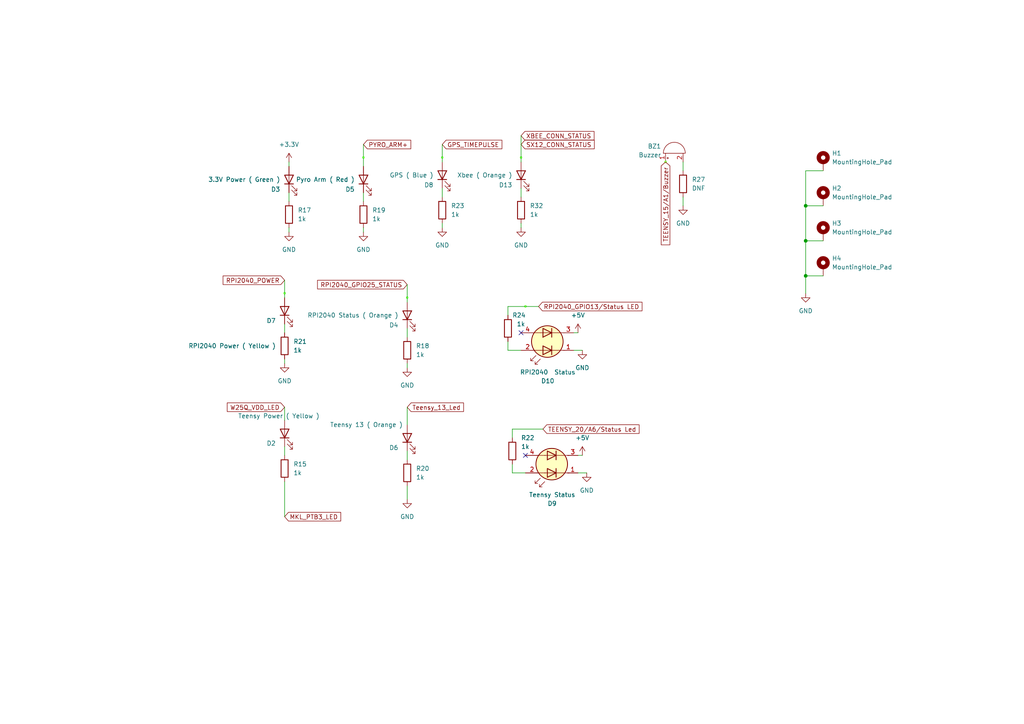
<source format=kicad_sch>
(kicad_sch (version 20231120) (generator "eeschema") (generator_version "8.0")
  (paper "A4")
  (lib_symbols
    (symbol "Device:Buzzer" (pin_names (offset 0.0254) hide)
      (property "Reference" "BZ" (at 3.81 1.27 0))
      (property "Value" "Buzzer" (at 3.81 -1.27 0))
      (symbol "Buzzer_0_1"
        (arc (start 0 -3.175) (mid 3.1612 0) (end 0 3.175))
        (polyline (pts (xy -1.651 1.905) (xy -1.143 1.905)))
        (polyline (pts (xy -1.397 2.159) (xy -1.397 1.651)))
        (polyline (pts (xy 0 3.175) (xy 0 -3.175)))
      )
      (symbol "Buzzer_1_1"
        (pin passive line (at -2.54 2.54 0) (length 2.54) (name "+") (number "1"))
        (pin passive line (at -2.54 -2.54 0) (length 2.54) (name "-") (number "2"))
      )
    )
    (symbol "Device:LED" (pin_numbers hide) (pin_names (offset 1.016) hide)
      (property "Reference" "D" (at 0 2.54 0))
      (property "Value" "LED" (at 0 -2.54 0))
      (symbol "LED_0_1"
        (polyline (pts (xy -1.27 -1.27) (xy -1.27 1.27)) (stroke (width 0.254)))
        (polyline (pts (xy -1.27 0) (xy 1.27 0)))
        (polyline (pts (xy 1.27 -1.27) (xy 1.27 1.27) (xy -1.27 0) (xy 1.27 -1.27)) (stroke (width 0.254)))
        (polyline (pts (xy -3.048 -0.762) (xy -4.572 -2.286) (xy -3.81 -2.286) (xy -4.572 -2.286) (xy -4.572 -1.524)))
        (polyline (pts (xy -1.778 -0.762) (xy -3.302 -2.286) (xy -2.54 -2.286) (xy -3.302 -2.286) (xy -3.302 -1.524)))
      )
      (symbol "LED_1_1"
        (pin passive line (at -3.81 0 0) (length 2.54) (name "K") (number "1"))
        (pin passive line (at 3.81 0 180) (length 2.54) (name "A") (number "2"))
      )
    )
    (symbol "Device:LED_Dual_KAKA" (pin_names (offset 0) hide)
      (property "Reference" "D" (at 0 5.715 0))
      (property "Value" "LED_Dual_KAKA" (at 0 -6.35 0))
      (symbol "LED_Dual_KAKA_0_1"
        (polyline (pts (xy -5.08 -2.54) (xy 2.032 -2.54)))
        (polyline (pts (xy -5.08 2.54) (xy 2.032 2.54)))
        (polyline (pts (xy -1.27 -1.27) (xy -1.27 -3.81)) (stroke (width 0.254)))
        (polyline (pts (xy -1.27 3.81) (xy -1.27 1.27)) (stroke (width 0.254)))
        (polyline (pts (xy 3.81 -2.54) (xy 1.905 -2.54)))
        (polyline (pts (xy 3.81 2.54) (xy 1.905 2.54)))
        (polyline (pts (xy 1.27 -1.27) (xy 1.27 -3.81) (xy -1.27 -2.54) (xy 1.27 -1.27)) (stroke (width 0.254)))
        (polyline (pts (xy 1.27 3.81) (xy 1.27 1.27) (xy -1.27 2.54) (xy 1.27 3.81)) (stroke (width 0.254)))
        (polyline (pts (xy 2.032 5.08) (xy 3.556 6.604) (xy 2.794 6.604) (xy 3.556 6.604) (xy 3.556 5.842)))
        (polyline (pts (xy 3.302 4.064) (xy 4.826 5.588) (xy 4.064 5.588) (xy 4.826 5.588) (xy 4.826 4.826)))
        (circle (center 0 0) (radius 4.572) (stroke (width 0.254)) (fill (type background)))
      )
      (symbol "LED_Dual_KAKA_1_1"
        (pin input line (at -7.62 2.54 0) (length 3.048) (name "A1") (number "1"))
        (pin input line (at 7.62 2.54 180) (length 3.81) (name "K1") (number "2"))
        (pin input line (at -7.62 -2.54 0) (length 3.048) (name "A2") (number "3"))
        (pin input line (at 7.62 -2.54 180) (length 3.81) (name "K2") (number "4"))
      )
    )
    (symbol "Device:R" (pin_numbers hide) (pin_names (offset 0))
      (property "Reference" "R" (at 2.032 0 90))
      (property "Value" "R" (at 0 0 90))
      (symbol "R_0_1"
        (rectangle (start -1.016 -2.54) (end 1.016 2.54) (stroke (width 0.254)))
      )
      (symbol "R_1_1"
        (pin passive line (at 0 3.81 270) (length 1.27) (name "~") (number "1"))
        (pin passive line (at 0 -3.81 90) (length 1.27) (name "~") (number "2"))
      )
    )
    (symbol "Mechanical:MountingHole_Pad" (pin_numbers hide) (pin_names (offset 1.016) hide)
      (property "Reference" "H" (at 0 6.35 0))
      (property "Value" "MountingHole_Pad" (at 0 4.445 0))
      (symbol "MountingHole_Pad_0_1"
        (circle (center 0 1.27) (radius 1.27) (stroke (width 1.27)))
      )
      (symbol "MountingHole_Pad_1_1"
        (pin input line (at 0 -2.54 90) (length 2.54) (name "1") (number "1"))
      )
    )
    (symbol "power:+3.3V" (power) (pin_names (offset 0))
      (property "Value" "+3.3V" (at 0 3.556 0))
      (symbol "+3.3V_0_1"
        (polyline (pts (xy -0.762 1.27) (xy 0 2.54)))
        (polyline (pts (xy 0 0) (xy 0 2.54)))
        (polyline (pts (xy 0 2.54) (xy 0.762 1.27)))
      )
      (symbol "+3.3V_1_1"
        (pin power_in line (at 0 0 90) (length 0) hide (name "+3.3V") (number "1"))
      )
    )
    (symbol "power:+5V" (power) (pin_names (offset 0))
      (property "Value" "+5V" (at 0 3.556 0))
      (symbol "+5V_0_1"
        (polyline (pts (xy -0.762 1.27) (xy 0 2.54)))
        (polyline (pts (xy 0 0) (xy 0 2.54)))
        (polyline (pts (xy 0 2.54) (xy 0.762 1.27)))
      )
      (symbol "+5V_1_1"
        (pin power_in line (at 0 0 90) (length 0) hide (name "+5V") (number "1"))
      )
    )
    (symbol "power:GND" (power) (pin_names (offset 0))
      (property "Value" "GND" (at 0 -3.81 0))
      (symbol "GND_0_1"
        (polyline (pts (xy 0 0) (xy 0 -1.27) (xy 1.27 -1.27) (xy 0 -2.54) (xy -1.27 -1.27) (xy 0 -1.27)))
      )
      (symbol "GND_1_1"
        (pin power_in line (at 0 0 270) (length 0) hide (name "GND") (number "1"))
      )
    )
  )
  (junction (at 233.68 80.01))
  (junction (at 233.68 59.69))
  (junction (at 233.68 69.85))
  (no_connect (at 151.13 96.52))
  (no_connect (at 152.4 132.08))
  (wire (pts (xy 118.11 130.81) (xy 118.11 133.35)))
  (wire (pts (xy 83.82 67.31) (xy 83.82 66.04)))
  (wire (pts (xy 82.55 139.7) (xy 82.55 149.86)))
  (wire (pts (xy 82.55 81.28) (xy 82.55 86.36)))
  (wire (pts (xy 238.76 59.69) (xy 233.68 59.69)))
  (wire (pts (xy 198.12 57.15) (xy 198.12 59.69)))
  (wire (pts (xy 105.41 67.31) (xy 105.41 66.04)))
  (wire (pts (xy 152.4 137.16) (xy 148.59 137.16)))
  (wire (pts (xy 82.55 129.54) (xy 82.55 132.08)))
  (wire (pts (xy 151.13 101.6) (xy 147.32 101.6)))
  (wire (pts (xy 82.55 93.98) (xy 82.55 96.52)))
  (wire (pts (xy 147.32 91.44) (xy 147.32 88.9)))
  (wire (pts (xy 82.55 105.41) (xy 82.55 104.14)))
  (wire (pts (xy 151.13 66.04) (xy 151.13 64.77)))
  (wire (pts (xy 238.76 69.85) (xy 233.68 69.85)))
  (wire (pts (xy 118.11 82.55) (xy 118.11 87.63)))
  (wire (pts (xy 83.82 46.99) (xy 83.82 48.26)))
  (wire (pts (xy 233.68 80.01) (xy 233.68 85.09)))
  (wire (pts (xy 148.59 124.46) (xy 157.48 124.46)))
  (wire (pts (xy 147.32 88.9) (xy 156.21 88.9)))
  (wire (pts (xy 148.59 127) (xy 148.59 124.46)))
  (wire (pts (xy 198.12 46.99) (xy 198.12 49.53)))
  (wire (pts (xy 233.68 80.01) (xy 238.76 80.01)))
  (wire (pts (xy 238.76 49.53) (xy 233.68 49.53)))
  (wire (pts (xy 128.27 41.91) (xy 128.27 46.99)))
  (wire (pts (xy 233.68 49.53) (xy 233.68 59.69)))
  (wire (pts (xy 233.68 69.85) (xy 233.68 80.01)))
  (wire (pts (xy 128.27 66.04) (xy 128.27 64.77)))
  (wire (pts (xy 167.64 137.16) (xy 170.18 137.16)))
  (wire (pts (xy 148.59 137.16) (xy 148.59 134.62)))
  (wire (pts (xy 166.37 96.52) (xy 167.64 96.52)))
  (wire (pts (xy 151.13 39.37) (xy 151.13 46.99)))
  (wire (pts (xy 118.11 106.68) (xy 118.11 105.41)))
  (wire (pts (xy 105.41 55.88) (xy 105.41 58.42)))
  (wire (pts (xy 83.82 55.88) (xy 83.82 58.42)))
  (wire (pts (xy 166.37 101.6) (xy 168.91 101.6)))
  (wire (pts (xy 167.64 132.08) (xy 168.91 132.08)))
  (wire (pts (xy 82.55 118.11) (xy 82.55 121.92)))
  (wire (pts (xy 118.11 144.78) (xy 118.11 140.97)))
  (wire (pts (xy 147.32 101.6) (xy 147.32 99.06)))
  (wire (pts (xy 118.11 95.25) (xy 118.11 97.79)))
  (wire (pts (xy 105.41 41.91) (xy 105.41 48.26)))
  (wire (pts (xy 233.68 59.69) (xy 233.68 69.85)))
  (wire (pts (xy 128.27 54.61) (xy 128.27 57.15)))
  (wire (pts (xy 151.13 54.61) (xy 151.13 57.15)))
  (wire (pts (xy 118.11 118.11) (xy 118.11 123.19)))
  (global_label "TEENSY_15{slash}A1{slash}Buzzer" (shape input) (at 193.04 46.99 270) (property "Intersheetrefs" "${INTERSHEET_REFS}" (effects (hide yes))))
  (global_label "W25Q_VDD_LED" (shape input) (at 82.55 118.11 180) (property "Intersheetrefs" "${INTERSHEET_REFS}" (effects (hide yes))))
  (global_label "MKL_PTB3_LED" (shape input) (at 82.55 149.86 0) (property "Intersheetrefs" "${INTERSHEET_REFS}" (effects (hide yes))))
  (global_label "GPS_TIMEPULSE" (shape input) (at 128.27 41.91 0) (property "Intersheetrefs" "${INTERSHEET_REFS}" (effects (hide yes))))
  (global_label "SX12_CONN_STATUS" (shape input) (at 151.13 41.91 0) (property "Intersheetrefs" "${INTERSHEET_REFS}" (effects (hide yes))))
  (global_label "RPI2040_GPIO13{slash}Status LED" (shape input) (at 156.21 88.9 0) (property "Intersheetrefs" "${INTERSHEET_REFS}" (effects (hide yes))))
  (global_label "RPI2040_POWER" (shape input) (at 82.55 81.28 180) (property "Intersheetrefs" "${INTERSHEET_REFS}" (effects (hide yes))))
  (global_label "TEENSY_20{slash}A6{slash}Status Led" (shape input) (at 157.48 124.46 0) (property "Intersheetrefs" "${INTERSHEET_REFS}" (effects (hide yes))))
  (global_label "RPI2040_GPIO25_STATUS" (shape input) (at 118.11 82.55 180) (property "Intersheetrefs" "${INTERSHEET_REFS}" (effects (hide yes))))
  (global_label "PYRO_ARM+" (shape input) (at 105.41 41.91 0) (property "Intersheetrefs" "${INTERSHEET_REFS}" (effects (hide yes))))
  (global_label "Teensy_13_Led" (shape input) (at 118.11 118.11 0) (property "Intersheetrefs" "${INTERSHEET_REFS}" (effects (hide yes))))
  (global_label "XBEE_CONN_STATUS" (shape input) (at 151.13 39.37 0) (property "Intersheetrefs" "${INTERSHEET_REFS}" (effects (hide yes))))
  (netclass_flag "" (length 0.05) (shape dot) (at 82.55 85.09 0) (property "Netclass" "signal" (effects (hide yes))))
  (netclass_flag "" (length 0.05) (shape dot) (at 105.41 45.72 0) (property "Netclass" "signal" (effects (hide yes))))
  (netclass_flag "" (length 0.05) (shape dot) (at 118.11 86.36 0) (property "Netclass" "signal" (effects (hide yes))))
  (netclass_flag "" (length 0.05) (shape dot) (at 128.27 45.72 0) (property "Netclass" "signal" (effects (hide yes))))
  (netclass_flag "" (length 0.05) (shape dot) (at 152.4 88.9 0) (property "Netclass" "signal" (effects (hide yes))))
  (netclass_flag "" (length 0.05) (shape dot) (at 151.13 45.72 0) (property "Netclass" "signal" (effects (hide yes))))
  (netclass_flag "" (length 0.05) (shape dot) (at 193.04 46.99 0) (property "Netclass" "signal" (effects (hide yes))))
  (symbol (lib_id "Device:R") (at 118.11 137.16 0) (unit 1)
    (property "Reference" "R20" (at 120.65 135.89 0) (effects (justify left)))
    (property "Value" "1k" (at 120.65 138.43 0) (effects (justify left)))
    (property "Footprint" "Resistor_SMD:R_0603_1608Metric" (effects (hide yes)))
  )
  (symbol (lib_id "Device:LED") (at 105.41 52.07 90) (unit 1)
    (property "Reference" "D5" (at 102.87 54.9275 90) (effects (justify left)))
    (property "Value" "Pyro Arm ( Red )" (at 102.87 52.07 90) (effects (justify left)))
    (property "Footprint" "LED_SMD:LED_0402_1005Metric" (effects (hide yes)))
  )
  (symbol (lib_id "power:GND") (at 118.11 144.78 0) (unit 1)
    (property "Reference" "#PWR030" (effects (hide yes)))
    (property "Value" "GND" (at 118.11 149.86 0))
  )
  (symbol (lib_id "Device:R") (at 82.55 135.89 0) (unit 1)
    (property "Reference" "R15" (at 85.09 134.62 0) (effects (justify left)))
    (property "Value" "1k" (at 85.09 137.16 0) (effects (justify left)))
    (property "Footprint" "Resistor_SMD:R_0603_1608Metric" (effects (hide yes)))
  )
  (symbol (lib_id "Device:LED") (at 83.82 52.07 90) (unit 1)
    (property "Reference" "D3" (at 81.28 54.9275 90) (effects (justify left)))
    (property "Value" "3.3V Power ( Green )" (at 81.28 52.07 90) (effects (justify left)))
    (property "Footprint" "LED_SMD:LED_0402_1005Metric" (effects (hide yes)))
  )
  (symbol (lib_id "Device:R") (at 82.55 100.33 0) (unit 1)
    (property "Reference" "R21" (at 85.09 99.06 0) (effects (justify left)))
    (property "Value" "1k" (at 85.09 101.6 0) (effects (justify left)))
    (property "Footprint" "Resistor_SMD:R_0603_1608Metric" (effects (hide yes)))
  )
  (symbol (lib_id "power:GND") (at 118.11 106.68 0) (unit 1)
    (property "Reference" "#PWR029" (effects (hide yes)))
    (property "Value" "GND" (at 118.11 111.76 0))
  )
  (symbol (lib_id "power:+3.3V") (at 83.82 46.99 0) (unit 1)
    (property "Reference" "#PWR020" (effects (hide yes)))
    (property "Value" "+3.3V" (at 83.82 41.91 0))
  )
  (symbol (lib_id "Mechanical:MountingHole_Pad") (at 238.76 67.31 0) (unit 1)
    (property "Reference" "H3" (at 241.3 64.77 0) (effects (justify left)))
    (property "Value" "MountingHole_Pad" (at 241.3 67.31 0) (effects (justify left)))
    (property "Footprint" "MountingHole:MountingHole_2.7mm_M2.5_Pad_Via" (effects (hide yes)))
  )
  (symbol (lib_id "Device:R") (at 147.32 95.25 0) (unit 1)
    (property "Reference" "R24" (at 148.59 91.44 0) (effects (justify left)))
    (property "Value" "1k" (at 149.86 93.98 0) (effects (justify left)))
    (property "Footprint" "Resistor_SMD:R_0603_1608Metric" (effects (hide yes)))
  )
  (symbol (lib_id "power:GND") (at 233.68 85.09 0) (unit 1)
    (property "Reference" "#PWR064" (effects (hide yes)))
    (property "Value" "GND" (at 233.68 90.17 0))
  )
  (symbol (lib_id "Device:LED") (at 82.55 125.73 90) (unit 1)
    (property "Reference" "D2" (at 80.01 128.5875 90) (effects (justify left)))
    (property "Value" "Teensy Power ( Yellow )" (at 92.71 120.65 90) (effects (justify left)))
    (property "Footprint" "LED_SMD:LED_0402_1005Metric" (effects (hide yes)))
  )
  (symbol (lib_id "power:+5V") (at 167.64 96.52 0) (unit 1)
    (property "Reference" "#PWR039" (effects (hide yes)))
    (property "Value" "+5V" (at 167.64 91.44 0))
  )
  (symbol (lib_id "power:GND") (at 128.27 66.04 0) (unit 1)
    (property "Reference" "#PWR036" (effects (hide yes)))
    (property "Value" "GND" (at 128.27 71.12 0))
  )
  (symbol (lib_id "Device:R") (at 128.27 60.96 0) (unit 1)
    (property "Reference" "R23" (at 130.81 59.69 0) (effects (justify left)))
    (property "Value" "1k" (at 130.81 62.23 0) (effects (justify left)))
    (property "Footprint" "Resistor_SMD:R_0603_1608Metric" (effects (hide yes)))
  )
  (symbol (lib_id "Mechanical:MountingHole_Pad") (at 238.76 77.47 0) (unit 1)
    (property "Reference" "H4" (at 241.3 74.93 0) (effects (justify left)))
    (property "Value" "MountingHole_Pad" (at 241.3 77.47 0) (effects (justify left)))
    (property "Footprint" "MountingHole:MountingHole_2.7mm_M2.5_Pad_Via" (effects (hide yes)))
  )
  (symbol (lib_id "Device:LED") (at 82.55 90.17 90) (unit 1)
    (property "Reference" "D7" (at 80.01 93.0275 90) (effects (justify left)))
    (property "Value" "RPI2040 Power ( Yellow )" (at 80.01 100.33 90) (effects (justify left)))
    (property "Footprint" "LED_SMD:LED_0402_1005Metric" (effects (hide yes)))
  )
  (symbol (lib_id "Device:R") (at 148.59 130.81 0) (unit 1)
    (property "Reference" "R22" (at 151.13 127 0) (effects (justify left)))
    (property "Value" "1k" (at 151.13 129.54 0) (effects (justify left)))
    (property "Footprint" "Resistor_SMD:R_0603_1608Metric" (effects (hide yes)))
  )
  (symbol (lib_id "power:GND") (at 198.12 59.69 0) (unit 1)
    (property "Reference" "#PWR053" (effects (hide yes)))
    (property "Value" "GND" (at 198.12 64.77 0))
  )
  (symbol (lib_id "Device:R") (at 83.82 62.23 0) (unit 1)
    (property "Reference" "R17" (at 86.36 60.96 0) (effects (justify left)))
    (property "Value" "1k" (at 86.36 63.5 0) (effects (justify left)))
    (property "Footprint" "Resistor_SMD:R_0603_1608Metric" (effects (hide yes)))
  )
  (symbol (lib_id "power:+5V") (at 168.91 132.08 0) (unit 1)
    (property "Reference" "#PWR042" (effects (hide yes)))
    (property "Value" "+5V" (at 168.91 127 0))
  )
  (symbol (lib_id "Device:LED") (at 128.27 50.8 90) (unit 1)
    (property "Reference" "D8" (at 125.73 53.6575 90) (effects (justify left)))
    (property "Value" "GPS ( Blue )" (at 125.73 50.8 90) (effects (justify left)))
    (property "Footprint" "LED_SMD:LED_0402_1005Metric" (effects (hide yes)))
  )
  (symbol (lib_id "power:GND") (at 105.41 67.31 0) (unit 1)
    (property "Reference" "#PWR027" (effects (hide yes)))
    (property "Value" "GND" (at 105.41 72.39 0))
  )
  (symbol (lib_id "Device:R") (at 105.41 62.23 0) (unit 1)
    (property "Reference" "R19" (at 107.95 60.96 0) (effects (justify left)))
    (property "Value" "1k" (at 107.95 63.5 0) (effects (justify left)))
    (property "Footprint" "Resistor_SMD:R_0603_1608Metric" (effects (hide yes)))
  )
  (symbol (lib_id "power:GND") (at 170.18 137.16 0) (unit 1)
    (property "Reference" "#PWR044" (effects (hide yes)))
    (property "Value" "GND" (at 170.18 142.24 0))
  )
  (symbol (lib_id "Device:R") (at 118.11 101.6 0) (unit 1)
    (property "Reference" "R18" (at 120.65 100.33 0) (effects (justify left)))
    (property "Value" "1k" (at 120.65 102.87 0) (effects (justify left)))
    (property "Footprint" "Resistor_SMD:R_0603_1608Metric" (effects (hide yes)))
  )
  (symbol (lib_id "Device:R") (at 198.12 53.34 0) (unit 1)
    (property "Reference" "R27" (at 200.66 52.07 0) (effects (justify left)))
    (property "Value" "DNF" (at 200.66 54.61 0) (effects (justify left)))
    (property "Footprint" "Resistor_SMD:R_0603_1608Metric" (effects (hide yes)))
  )
  (symbol (lib_id "Device:Buzzer") (at 195.58 44.45 90) (unit 1)
    (property "Reference" "BZ1" (at 191.77 42.4249 90) (effects (justify left)))
    (property "Value" "Buzzer" (at 191.77 44.9649 90) (effects (justify left)))
    (property "Footprint" "Buzzer_Beeper:Buzzer_CUI_CPT-9019S-SMT" (effects (hide yes)))
    (property "Datasheet" "https://www.cuidevices.com/product/resource/cpt-9019s-smt-tr.pdf" (effects (hide yes)))
    (property "Digikey" "https://www.digikey.in/en/products/detail/cui-devices/CPT-9019S-SMT-TR/6012432" (effects (hide yes)))
  )
  (symbol (lib_id "Device:LED") (at 118.11 91.44 90) (unit 1)
    (property "Reference" "D4" (at 115.57 94.2975 90) (effects (justify left)))
    (property "Value" "RPI2040 Status ( Orange )" (at 115.57 91.44 90) (effects (justify left)))
    (property "Footprint" "LED_SMD:LED_0402_1005Metric" (effects (hide yes)))
  )
  (symbol (lib_id "Device:LED_Dual_KAKA") (at 160.02 134.62 180) (unit 1)
    (property "Reference" "D9" (at 160.147 146.05 0))
    (property "Value" "Teensy Status" (at 160.147 143.51 0))
    (property "Footprint" "RGBLEDs:IN-PI22TAT5R5G5B" (effects (hide yes)))
    (property "Datasheet" "https://www.inolux-corp.com/datasheet/SMDLED/Addressable%20LED/IN-PI33TBTPRPGPB_v1.2.pdf" (effects (hide yes)))
    (property "Digikey" "https://www.digikey.in/en/products/detail/inolux/IN-PI33TBTPRPGPB/9681238" (effects (hide yes)))
  )
  (symbol (lib_id "Device:LED") (at 151.13 50.8 90) (unit 1)
    (property "Reference" "D13" (at 148.59 53.6575 90) (effects (justify left)))
    (property "Value" "Xbee ( Orange )" (at 148.59 50.8 90) (effects (justify left)))
    (property "Footprint" "LED_SMD:LED_0402_1005Metric" (effects (hide yes)))
  )
  (symbol (lib_id "power:GND") (at 168.91 101.6 0) (unit 1)
    (property "Reference" "#PWR041" (effects (hide yes)))
    (property "Value" "GND" (at 168.91 106.68 0))
  )
  (symbol (lib_id "Mechanical:MountingHole_Pad") (at 238.76 57.15 0) (unit 1)
    (property "Reference" "H2" (at 241.3 54.61 0) (effects (justify left)))
    (property "Value" "MountingHole_Pad" (at 241.3 57.15 0) (effects (justify left)))
    (property "Footprint" "MountingHole:MountingHole_2.7mm_M2.5_Pad_Via" (effects (hide yes)))
  )
  (symbol (lib_id "Device:R") (at 151.13 60.96 0) (unit 1)
    (property "Reference" "R32" (at 153.67 59.69 0) (effects (justify left)))
    (property "Value" "1k" (at 153.67 62.23 0) (effects (justify left)))
    (property "Footprint" "Resistor_SMD:R_0603_1608Metric" (effects (hide yes)))
  )
  (symbol (lib_id "Device:LED_Dual_KAKA") (at 158.75 99.06 180) (unit 1)
    (property "Reference" "D10" (at 158.877 110.49 0))
    (property "Value" "RPI2040  Status" (at 158.877 107.95 0))
    (property "Footprint" "RGBLEDs:IN-PI22TAT5R5G5B" (effects (hide yes)))
    (property "Datasheet" "https://www.inolux-corp.com/datasheet/SMDLED/Addressable%20LED/IN-PI33TBTPRPGPB_v1.2.pdf" (effects (hide yes)))
    (property "Digikey" "https://www.digikey.in/en/products/detail/inolux/IN-PI33TBTPRPGPB/9681238" (effects (hide yes)))
  )
  (symbol (lib_id "power:GND") (at 151.13 66.04 0) (unit 1)
    (property "Reference" "#PWR038" (effects (hide yes)))
    (property "Value" "GND" (at 151.13 71.12 0))
  )
  (symbol (lib_id "power:GND") (at 82.55 105.41 0) (unit 1)
    (property "Reference" "#PWR019" (effects (hide yes)))
    (property "Value" "GND" (at 82.55 110.49 0))
  )
  (symbol (lib_id "Device:LED") (at 118.11 127 90) (unit 1)
    (property "Reference" "D6" (at 115.57 129.8575 90) (effects (justify left)))
    (property "Value" "Teensy 13 ( Orange )" (at 116.84 123.19 90) (effects (justify left)))
    (property "Footprint" "LED_SMD:LED_0402_1005Metric" (effects (hide yes)))
  )
  (symbol (lib_id "power:GND") (at 83.82 67.31 0) (unit 1)
    (property "Reference" "#PWR021" (effects (hide yes)))
    (property "Value" "GND" (at 83.82 72.39 0))
  )
  (symbol (lib_id "Mechanical:MountingHole_Pad") (at 238.76 46.99 0) (unit 1)
    (property "Reference" "H1" (at 241.3 44.45 0) (effects (justify left)))
    (property "Value" "MountingHole_Pad" (at 241.3 46.99 0) (effects (justify left)))
    (property "Footprint" "MountingHole:MountingHole_2.7mm_M2.5_Pad_Via" (effects (hide yes)))
  )
)
</source>
